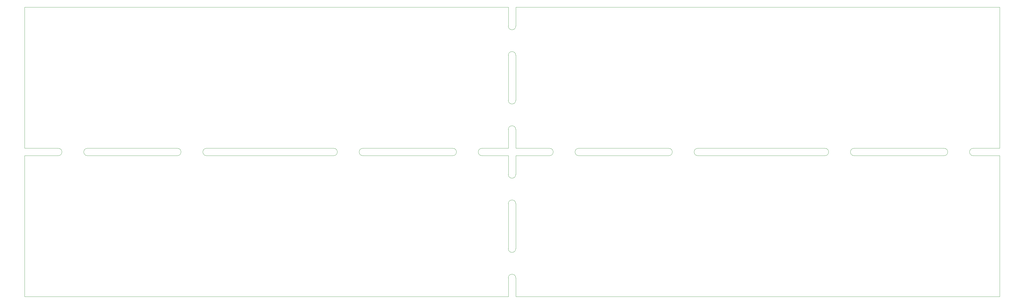
<source format=gbr>
%TF.GenerationSoftware,KiCad,Pcbnew,8.0.5*%
%TF.CreationDate,2024-10-04T16:18:13+02:00*%
%TF.ProjectId,Solderable_breadboard,536f6c64-6572-4616-926c-655f62726561,rev?*%
%TF.SameCoordinates,Original*%
%TF.FileFunction,Profile,NP*%
%FSLAX46Y46*%
G04 Gerber Fmt 4.6, Leading zero omitted, Abs format (unit mm)*
G04 Created by KiCad (PCBNEW 8.0.5) date 2024-10-04 16:18:13*
%MOMM*%
%LPD*%
G01*
G04 APERTURE LIST*
%TA.AperFunction,Profile*%
%ADD10C,0.050000*%
%TD*%
G04 APERTURE END LIST*
D10*
X203200000Y-81280000D02*
X203200000Y-87710000D01*
X205740000Y-81280000D02*
X205740000Y-87710000D01*
X203200000Y-72310000D02*
X203200000Y-78740000D01*
X205740000Y-72310000D02*
X205740000Y-78740000D01*
X203200000Y-46910000D02*
X203200000Y-62310000D01*
X205740000Y-62310000D02*
X205740000Y-46910000D01*
X321230000Y-81280000D02*
X351870000Y-81280000D01*
X321230000Y-78740000D02*
X351870000Y-78740000D01*
X267890000Y-81280000D02*
X311230000Y-81280000D01*
X267890000Y-78740000D02*
X311230000Y-78740000D01*
X227250000Y-81280000D02*
X257890000Y-81280000D01*
X227250000Y-78740000D02*
X257890000Y-78740000D01*
X153590000Y-81280000D02*
X184230000Y-81280000D01*
X153590000Y-78740000D02*
X184230000Y-78740000D01*
X100250000Y-81280000D02*
X143590000Y-81280000D01*
X100250000Y-78740000D02*
X143590000Y-78740000D01*
X59610000Y-78740000D02*
X90250000Y-78740000D01*
X59610000Y-81280000D02*
X90250000Y-81280000D01*
X38100000Y-81280000D02*
X49610000Y-81280000D01*
X38100000Y-129540000D02*
X38100000Y-81280000D01*
X203200000Y-129540000D02*
X38100000Y-129540000D01*
X203200000Y-123110000D02*
X203200000Y-129540000D01*
X203200000Y-113110000D02*
X203200000Y-97710000D01*
X205740000Y-97710000D02*
X205740000Y-113110000D01*
X205740000Y-129540000D02*
X205740000Y-123110000D01*
X370840000Y-129540000D02*
X205740000Y-129540000D01*
X370840000Y-81280000D02*
X370840000Y-129540000D01*
X361870000Y-81280000D02*
X370840000Y-81280000D01*
X370840000Y-78740000D02*
X361870000Y-78740000D01*
X370840000Y-30480000D02*
X370840000Y-78740000D01*
X205740000Y-30480000D02*
X370840000Y-30480000D01*
X205740000Y-36910000D02*
X205740000Y-30480000D01*
X203200000Y-30480000D02*
X203200000Y-36910000D01*
X38100000Y-30480000D02*
X203200000Y-30480000D01*
X38100000Y-78740000D02*
X38100000Y-30480000D01*
X49610000Y-78740000D02*
X38100000Y-78740000D01*
X194230000Y-81280000D02*
X203200000Y-81280000D01*
X194230000Y-78740000D02*
X203200000Y-78740000D01*
X217250000Y-81280000D02*
X205740000Y-81280000D01*
X217250000Y-78740000D02*
X205740000Y-78740000D01*
%TO.C,REF\u002A\u002A*%
X203200000Y-97710000D02*
G75*
G02*
X205740000Y-97710000I1270000J0D01*
G01*
X205740000Y-87710000D02*
G75*
G02*
X203200000Y-87710000I-1270000J0D01*
G01*
X203200000Y-123110000D02*
G75*
G02*
X205740000Y-123110000I1270000J0D01*
G01*
X205740000Y-113110000D02*
G75*
G02*
X203200000Y-113110000I-1270000J0D01*
G01*
X351870000Y-78740000D02*
G75*
G02*
X351870000Y-81280000I0J-1270000D01*
G01*
X361870000Y-81280000D02*
G75*
G02*
X361870000Y-78740000I0J1270000D01*
G01*
X311230000Y-78740000D02*
G75*
G02*
X311230000Y-81280000I0J-1270000D01*
G01*
X321230000Y-81280000D02*
G75*
G02*
X321230000Y-78740000I0J1270000D01*
G01*
X217250000Y-78740000D02*
G75*
G02*
X217250000Y-81280000I0J-1270000D01*
G01*
X227250000Y-81280000D02*
G75*
G02*
X227250000Y-78740000I0J1270000D01*
G01*
X257890000Y-78740000D02*
G75*
G02*
X257890000Y-81280000I0J-1270000D01*
G01*
X267890000Y-81280000D02*
G75*
G02*
X267890000Y-78740000I0J1270000D01*
G01*
X143590000Y-78740000D02*
G75*
G02*
X143590000Y-81280000I0J-1270000D01*
G01*
X153590000Y-81280000D02*
G75*
G02*
X153590000Y-78740000I0J1270000D01*
G01*
X90250000Y-78740000D02*
G75*
G02*
X90250000Y-81280000I0J-1270000D01*
G01*
X100250000Y-81280000D02*
G75*
G02*
X100250000Y-78740000I0J1270000D01*
G01*
X49610000Y-78740000D02*
G75*
G02*
X49610000Y-81280000I0J-1270000D01*
G01*
X59610000Y-81280000D02*
G75*
G02*
X59610000Y-78740000I0J1270000D01*
G01*
X203200000Y-72310000D02*
G75*
G02*
X205740000Y-72310000I1270000J0D01*
G01*
X205740000Y-62310000D02*
G75*
G02*
X203200000Y-62310000I-1270000J0D01*
G01*
X203200000Y-46910000D02*
G75*
G02*
X205740000Y-46910000I1270000J0D01*
G01*
X205740000Y-36910000D02*
G75*
G02*
X203200000Y-36910000I-1270000J0D01*
G01*
X184230000Y-78740000D02*
G75*
G02*
X184230000Y-81280000I0J-1270000D01*
G01*
X194230000Y-81280000D02*
G75*
G02*
X194230000Y-78740000I0J1270000D01*
G01*
%TD*%
M02*

</source>
